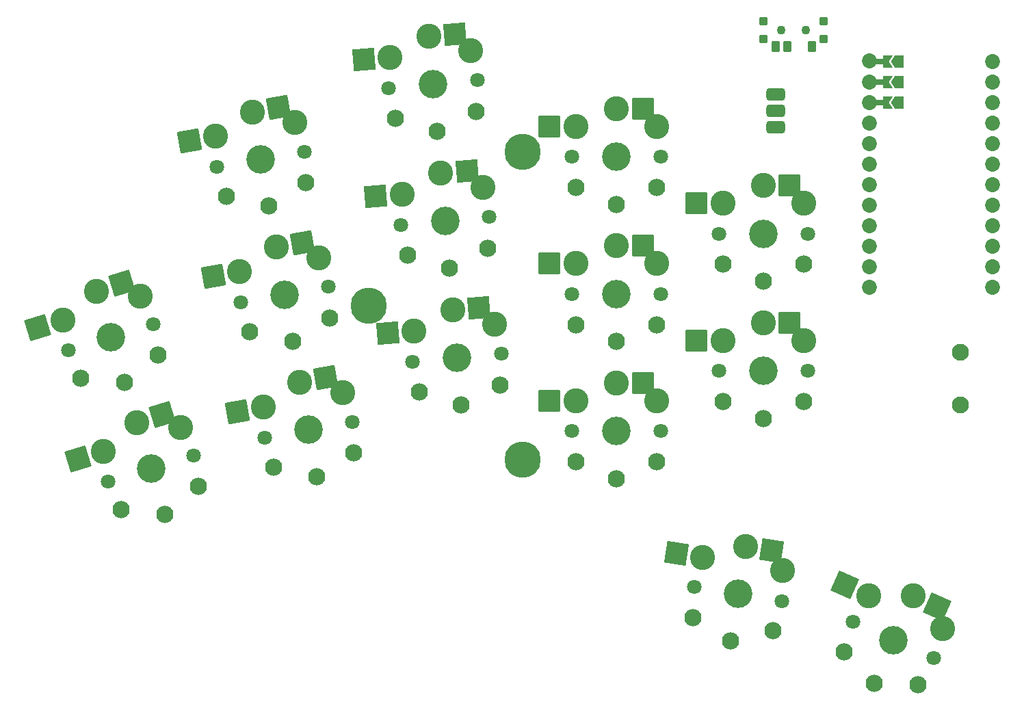
<source format=gts>
%TF.GenerationSoftware,KiCad,Pcbnew,(6.0.4)*%
%TF.CreationDate,2022-06-21T20:06:22+02:00*%
%TF.ProjectId,battoota,62617474-6f6f-4746-912e-6b696361645f,v1.0.0*%
%TF.SameCoordinates,Original*%
%TF.FileFunction,Soldermask,Top*%
%TF.FilePolarity,Negative*%
%FSLAX46Y46*%
G04 Gerber Fmt 4.6, Leading zero omitted, Abs format (unit mm)*
G04 Created by KiCad (PCBNEW (6.0.4)) date 2022-06-21 20:06:22*
%MOMM*%
%LPD*%
G01*
G04 APERTURE LIST*
G04 Aperture macros list*
%AMRoundRect*
0 Rectangle with rounded corners*
0 $1 Rounding radius*
0 $2 $3 $4 $5 $6 $7 $8 $9 X,Y pos of 4 corners*
0 Add a 4 corners polygon primitive as box body*
4,1,4,$2,$3,$4,$5,$6,$7,$8,$9,$2,$3,0*
0 Add four circle primitives for the rounded corners*
1,1,$1+$1,$2,$3*
1,1,$1+$1,$4,$5*
1,1,$1+$1,$6,$7*
1,1,$1+$1,$8,$9*
0 Add four rect primitives between the rounded corners*
20,1,$1+$1,$2,$3,$4,$5,0*
20,1,$1+$1,$4,$5,$6,$7,0*
20,1,$1+$1,$6,$7,$8,$9,0*
20,1,$1+$1,$8,$9,$2,$3,0*%
%AMFreePoly0*
4,1,16,0.535355,0.785355,0.550000,0.750000,0.550000,-0.750000,0.535355,-0.785355,0.500000,-0.800000,-0.650000,-0.800000,-0.685355,-0.785355,-0.700000,-0.750000,-0.691603,-0.722265,-0.210093,0.000000,-0.691603,0.722265,-0.699029,0.759806,-0.677735,0.791603,-0.650000,0.800000,0.500000,0.800000,0.535355,0.785355,0.535355,0.785355,$1*%
%AMFreePoly1*
4,1,16,0.535355,0.785355,0.541603,0.777735,1.041603,0.027735,1.049029,-0.009806,1.041603,-0.027735,0.541603,-0.777735,0.509806,-0.799029,0.500000,-0.800000,-0.500000,-0.800000,-0.535355,-0.785355,-0.550000,-0.750000,-0.550000,0.750000,-0.535355,0.785355,-0.500000,0.800000,0.500000,0.800000,0.535355,0.785355,0.535355,0.785355,$1*%
G04 Aperture macros list end*
%ADD10C,2.100000*%
%ADD11C,1.801800*%
%ADD12C,3.100000*%
%ADD13C,3.529000*%
%ADD14RoundRect,0.050000X-1.054507X-1.505993X1.505993X-1.054507X1.054507X1.505993X-1.505993X1.054507X0*%
%ADD15C,2.132000*%
%ADD16RoundRect,0.050000X-1.181751X-1.408356X1.408356X-1.181751X1.181751X1.408356X-1.408356X1.181751X0*%
%ADD17RoundRect,0.050000X-1.300000X-1.300000X1.300000X-1.300000X1.300000X1.300000X-1.300000X1.300000X0*%
%ADD18RoundRect,0.050000X-0.450000X-0.450000X0.450000X-0.450000X0.450000X0.450000X-0.450000X0.450000X0*%
%ADD19RoundRect,0.050000X-0.450000X-0.625000X0.450000X-0.625000X0.450000X0.625000X-0.450000X0.625000X0*%
%ADD20C,1.100000*%
%ADD21RoundRect,0.050000X-1.716367X-0.658851X0.658851X-1.716367X1.716367X0.658851X-0.658851X1.716367X0*%
%ADD22RoundRect,0.425000X-0.750000X0.375000X-0.750000X-0.375000X0.750000X-0.375000X0.750000X0.375000X0*%
%ADD23RoundRect,0.050000X-0.863113X-1.623279X1.623279X-0.863113X0.863113X1.623279X-1.623279X0.863113X0*%
%ADD24RoundRect,0.050000X-1.487360X-1.080630X1.080630X-1.487360X1.487360X1.080630X-1.080630X1.487360X0*%
%ADD25C,1.852600*%
%ADD26FreePoly0,180.000000*%
%ADD27RoundRect,0.050000X-0.762000X0.250000X-0.762000X-0.250000X0.762000X-0.250000X0.762000X0.250000X0*%
%ADD28FreePoly1,180.000000*%
%ADD29C,4.500000*%
G04 APERTURE END LIST*
D10*
%TO.C,B1*%
X157969791Y80873254D03*
X157969791Y74373254D03*
%TD*%
D11*
%TO.C,S11*%
X65970667Y103790002D03*
D12*
X75659968Y109306336D03*
X70353903Y110604673D03*
D13*
X71387110Y104745067D03*
D11*
X76803553Y105700132D03*
D12*
X65811891Y107569854D03*
D14*
X73579148Y111173370D03*
D15*
X67122934Y100134557D03*
X76971012Y101871038D03*
D14*
X62586644Y107001157D03*
D15*
X72411634Y98934701D03*
%TD*%
D12*
%TO.C,S15*%
X88913836Y100414117D03*
X93703066Y103041525D03*
X98875783Y101285675D03*
D13*
X94221643Y97114167D03*
D11*
X99700714Y97593524D03*
X88742572Y96634810D03*
D15*
X89571861Y92892848D03*
D16*
X96965603Y103326959D03*
D15*
X99533808Y93764406D03*
X94735862Y91236618D03*
D16*
X85651297Y100128683D03*
%TD*%
D12*
%TO.C,S21*%
X120424791Y91827253D03*
D11*
X109924791Y88077254D03*
X120924791Y88077254D03*
D13*
X115424791Y88077254D03*
D12*
X115424791Y94027254D03*
X110424791Y91827253D03*
D17*
X118699790Y94027253D03*
D15*
X120424791Y84277254D03*
X110424791Y84277254D03*
D17*
X107149790Y91827254D03*
D15*
X115424791Y82177254D03*
%TD*%
D18*
%TO.C,T1*%
X141068406Y119651838D03*
X133668406Y121851838D03*
X141068406Y121851838D03*
X133668406Y119651838D03*
D19*
X139618406Y118676838D03*
X136618406Y118676838D03*
X135118406Y118676838D03*
%TD*%
D20*
%TO.C,T2*%
X135868406Y120751838D03*
X138868406Y120751838D03*
%TD*%
D12*
%TO.C,S29*%
X128599495Y99294490D03*
D13*
X133599495Y95544491D03*
D12*
X133599495Y101494491D03*
D11*
X128099495Y95544491D03*
X139099495Y95544491D03*
D12*
X138599495Y99294490D03*
D15*
X128599495Y91744491D03*
X138599495Y91744491D03*
D17*
X136874494Y101494490D03*
D15*
X133599495Y89644491D03*
D17*
X125324494Y99294491D03*
%TD*%
D11*
%TO.C,S33*%
X154739291Y43001202D03*
D12*
X146672326Y50697732D03*
X155807780Y46630365D03*
D11*
X144690291Y47475306D03*
D12*
X152134874Y50673849D03*
D13*
X149714791Y45238254D03*
D21*
X155126734Y49341786D03*
D15*
X152736919Y39733098D03*
X143601464Y43800464D03*
X147315045Y39848336D03*
D21*
X143680464Y52029796D03*
%TD*%
D12*
%TO.C,S7*%
X81564006Y75822872D03*
X76257941Y77121209D03*
D11*
X71874705Y70306538D03*
D12*
X71715929Y74086390D03*
D13*
X77291148Y71261603D03*
D11*
X82707591Y72216668D03*
D15*
X82875050Y68387574D03*
D14*
X79483186Y77689906D03*
D15*
X73026972Y66651093D03*
D14*
X68490682Y73517693D03*
D15*
X78315672Y65451237D03*
%TD*%
D22*
%TO.C,PAD1*%
X135109791Y108738254D03*
X135109791Y110738254D03*
X135109791Y112738254D03*
%TD*%
D12*
%TO.C,S5*%
X56527389Y87777963D03*
D13*
X52842259Y82729963D03*
D12*
X51102647Y88419976D03*
D11*
X47582583Y81121919D03*
D12*
X46964342Y84854246D03*
D11*
X58101935Y84338007D03*
D15*
X58734795Y80557863D03*
D23*
X54234545Y89377492D03*
D15*
X49171748Y77634146D03*
D23*
X43832442Y83896730D03*
D15*
X54567252Y77087765D03*
%TD*%
D12*
%TO.C,S27*%
X133599495Y84494491D03*
D11*
X128099495Y78544491D03*
D12*
X138599495Y82294490D03*
D11*
X139099495Y78544491D03*
D12*
X128599495Y82294490D03*
D13*
X133599495Y78544491D03*
D17*
X136874494Y84494490D03*
D15*
X138599495Y74744491D03*
X128599495Y74744491D03*
X133599495Y72644491D03*
D17*
X125324494Y82294491D03*
%TD*%
D12*
%TO.C,S9*%
X78611987Y92564604D03*
D11*
X68922686Y87048270D03*
D13*
X74339129Y88003335D03*
D12*
X73305922Y93862941D03*
D11*
X79755572Y88958400D03*
D12*
X68763910Y90828122D03*
D14*
X76531167Y94431638D03*
D15*
X79923031Y85129306D03*
X70074953Y83392825D03*
D14*
X65538663Y90259425D03*
D15*
X75363653Y82192969D03*
%TD*%
D12*
%TO.C,S13*%
X90395484Y83478807D03*
X100357431Y84350365D03*
D11*
X101182362Y80658214D03*
D12*
X95184714Y86106215D03*
D11*
X90224220Y79699500D03*
D13*
X95703291Y80178857D03*
D15*
X91053509Y75957538D03*
D16*
X98447251Y86391649D03*
D15*
X101015456Y76829096D03*
X96217510Y74301308D03*
D16*
X87132945Y83193373D03*
%TD*%
D12*
%TO.C,S17*%
X92221419Y119976835D03*
D11*
X98219067Y114528834D03*
D12*
X97394136Y118220985D03*
D11*
X87260925Y113570120D03*
D12*
X87432189Y117349427D03*
D13*
X92739996Y114049477D03*
D16*
X95483956Y120262269D03*
D15*
X98052161Y110699716D03*
X88090214Y109828158D03*
D16*
X84169650Y117063993D03*
D15*
X93254215Y108171928D03*
%TD*%
D12*
%TO.C,S31*%
X136001189Y53858667D03*
X126124305Y55423012D03*
D13*
X130476118Y50937009D03*
D11*
X125043832Y51797399D03*
X135908404Y50076619D03*
D12*
X131406903Y56813755D03*
D15*
X134820109Y46401621D03*
X124943225Y47965966D03*
D24*
X134641581Y56301431D03*
X122889625Y55935336D03*
D15*
X129553155Y45109648D03*
%TD*%
D25*
%TO.C,MCU1*%
X161977213Y114302348D03*
D26*
X148993690Y114302348D03*
X148993690Y116842348D03*
D27*
X148068690Y111762348D03*
D25*
X161977213Y111762348D03*
X146737213Y111762348D03*
D27*
X148068690Y116842348D03*
D26*
X148993690Y111762348D03*
D27*
X148068690Y114302348D03*
D25*
X146737213Y116926094D03*
X161977213Y116842348D03*
X146737213Y114302348D03*
D28*
X150443690Y116842348D03*
X150443690Y114302348D03*
X150443690Y111762348D03*
D25*
X146737213Y109222348D03*
X146737213Y106682348D03*
X146737213Y104142348D03*
X146737213Y101602348D03*
X146737213Y99062348D03*
X146737213Y96522348D03*
X146737213Y93982348D03*
X146737213Y91442348D03*
X146737213Y88902348D03*
X161977213Y109222348D03*
X161977213Y106682348D03*
X161977213Y104142348D03*
X161977213Y101602348D03*
X161977213Y99062348D03*
X161977213Y96522348D03*
X161977213Y93982348D03*
X161977213Y91442348D03*
X161977213Y88902348D03*
%TD*%
D11*
%TO.C,S3*%
X52552902Y64864738D03*
X63072254Y68080826D03*
D12*
X56072966Y72162795D03*
X51934661Y68597065D03*
X61497708Y71520782D03*
D13*
X57812578Y66472782D03*
D15*
X54142067Y61376965D03*
D23*
X59204864Y73120311D03*
D15*
X63705114Y64300682D03*
X59537571Y60830584D03*
D23*
X48802761Y67639549D03*
%TD*%
D29*
%TO.C,REF\u002A\u002A*%
X84760924Y86640254D03*
X103810924Y67590254D03*
X103810924Y105690254D03*
%TD*%
D11*
%TO.C,S23*%
X120924791Y105077254D03*
D12*
X110424791Y108827253D03*
X115424791Y111027254D03*
X120424791Y108827253D03*
D13*
X115424791Y105077254D03*
D11*
X109924791Y105077254D03*
D17*
X118699790Y111027253D03*
D15*
X120424791Y101277254D03*
X110424791Y101277254D03*
X115424791Y99177254D03*
D17*
X107149790Y108827254D03*
%TD*%
D12*
%TO.C,S19*%
X120424791Y74827253D03*
D11*
X120924791Y71077254D03*
X109924791Y71077254D03*
D13*
X115424791Y71077254D03*
D12*
X115424791Y77027254D03*
X110424791Y74827253D03*
D17*
X118699790Y77027253D03*
D15*
X110424791Y67277254D03*
X120424791Y67277254D03*
D17*
X107149790Y74827254D03*
D15*
X115424791Y65177254D03*
%TD*%
M02*

</source>
